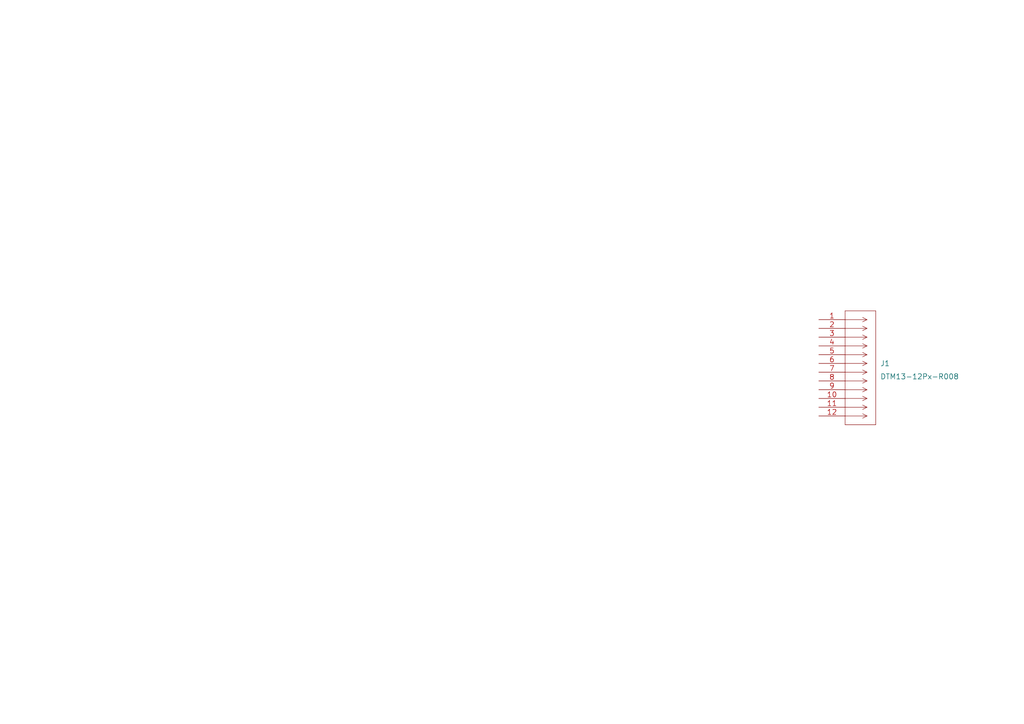
<source format=kicad_sch>
(kicad_sch (version 20211123) (generator eeschema)
  (paper "A4")
  (lib_symbols
    (symbol "dtm-enclosure:DTM13-12Px-R008" (pin_names (offset 0.254) hide)
      (property "Reference" "J" (at 20.32 7.62 0))
      (property "Value" "DTM13-12Px-R008" (at 20.32 5.08 0))
      (symbol "DTM13-12Px-R008_1_1"
        (polyline (pts (xy 7.62 -30.48) (xy 16.51 -30.48)) (stroke (width 0.127)))
        (polyline (pts (xy 7.62 -27.94) (xy 13.97 -27.94)) (stroke (width 0.127)))
        (polyline (pts (xy 7.62 -25.4) (xy 13.97 -25.4)) (stroke (width 0.127)))
        (polyline (pts (xy 7.62 -22.86) (xy 13.97 -22.86)) (stroke (width 0.127)))
        (polyline (pts (xy 7.62 -20.32) (xy 13.97 -20.32)) (stroke (width 0.127)))
        (polyline (pts (xy 7.62 -17.78) (xy 13.97 -17.78)) (stroke (width 0.127)))
        (polyline (pts (xy 7.62 -15.24) (xy 13.97 -15.24)) (stroke (width 0.127)))
        (polyline (pts (xy 7.62 -12.7) (xy 13.97 -12.7)) (stroke (width 0.127)))
        (polyline (pts (xy 7.62 -10.16) (xy 13.97 -10.16)) (stroke (width 0.127)))
        (polyline (pts (xy 7.62 -7.62) (xy 13.97 -7.62)) (stroke (width 0.127)))
        (polyline (pts (xy 7.62 -5.08) (xy 13.97 -5.08)) (stroke (width 0.127)))
        (polyline (pts (xy 7.62 -2.54) (xy 13.97 -2.54)) (stroke (width 0.127)))
        (polyline (pts (xy 7.62 0) (xy 13.97 0)) (stroke (width 0.127)))
        (polyline (pts (xy 7.62 2.54) (xy 7.62 -30.48)) (stroke (width 0.127)))
        (polyline (pts (xy 12.7 -28.575) (xy 13.97 -27.94)) (stroke (width 0.127)))
        (polyline (pts (xy 12.7 -27.305) (xy 13.97 -27.94)) (stroke (width 0.127)))
        (polyline (pts (xy 12.7 -26.035) (xy 13.97 -25.4)) (stroke (width 0.127)))
        (polyline (pts (xy 12.7 -24.765) (xy 13.97 -25.4)) (stroke (width 0.127)))
        (polyline (pts (xy 12.7 -23.495) (xy 13.97 -22.86)) (stroke (width 0.127)))
        (polyline (pts (xy 12.7 -22.225) (xy 13.97 -22.86)) (stroke (width 0.127)))
        (polyline (pts (xy 12.7 -20.955) (xy 13.97 -20.32)) (stroke (width 0.127)))
        (polyline (pts (xy 12.7 -19.685) (xy 13.97 -20.32)) (stroke (width 0.127)))
        (polyline (pts (xy 12.7 -18.415) (xy 13.97 -17.78)) (stroke (width 0.127)))
        (polyline (pts (xy 12.7 -17.145) (xy 13.97 -17.78)) (stroke (width 0.127)))
        (polyline (pts (xy 12.7 -15.875) (xy 13.97 -15.24)) (stroke (width 0.127)))
        (polyline (pts (xy 12.7 -14.605) (xy 13.97 -15.24)) (stroke (width 0.127)))
        (polyline (pts (xy 12.7 -13.335) (xy 13.97 -12.7)) (stroke (width 0.127)))
        (polyline (pts (xy 12.7 -12.065) (xy 13.97 -12.7)) (stroke (width 0.127)))
        (polyline (pts (xy 12.7 -10.795) (xy 13.97 -10.16)) (stroke (width 0.127)))
        (polyline (pts (xy 12.7 -9.525) (xy 13.97 -10.16)) (stroke (width 0.127)))
        (polyline (pts (xy 12.7 -8.255) (xy 13.97 -7.62)) (stroke (width 0.127)))
        (polyline (pts (xy 12.7 -6.985) (xy 13.97 -7.62)) (stroke (width 0.127)))
        (polyline (pts (xy 12.7 -5.715) (xy 13.97 -5.08)) (stroke (width 0.127)))
        (polyline (pts (xy 12.7 -4.445) (xy 13.97 -5.08)) (stroke (width 0.127)))
        (polyline (pts (xy 12.7 -3.175) (xy 13.97 -2.54)) (stroke (width 0.127)))
        (polyline (pts (xy 12.7 -1.905) (xy 13.97 -2.54)) (stroke (width 0.127)))
        (polyline (pts (xy 12.7 -0.635) (xy 13.97 0)) (stroke (width 0.127)))
        (polyline (pts (xy 12.7 0.635) (xy 13.97 0)) (stroke (width 0.127)))
        (polyline (pts (xy 16.51 -30.48) (xy 16.51 2.54)) (stroke (width 0.127)))
        (polyline (pts (xy 16.51 2.54) (xy 7.62 2.54)) (stroke (width 0.127)))
        (pin unspecified line (at 0 0 0) (length 7.62) (name "1") (number "1"))
        (pin unspecified line (at 0 -22.86 0) (length 7.62) (name "10") (number "10"))
        (pin unspecified line (at 0 -25.4 0) (length 7.62) (name "11") (number "11"))
        (pin unspecified line (at 0 -27.94 0) (length 7.62) (name "12") (number "12"))
        (pin unspecified line (at 0 -2.54 0) (length 7.62) (name "2") (number "2"))
        (pin unspecified line (at 0 -5.08 0) (length 7.62) (name "3") (number "3"))
        (pin unspecified line (at 0 -7.62 0) (length 7.62) (name "4") (number "4"))
        (pin unspecified line (at 0 -10.16 0) (length 7.62) (name "5") (number "5"))
        (pin unspecified line (at 0 -12.7 0) (length 7.62) (name "6") (number "6"))
        (pin unspecified line (at 0 -15.24 0) (length 7.62) (name "7") (number "7"))
        (pin unspecified line (at 0 -17.78 0) (length 7.62) (name "8") (number "8"))
        (pin unspecified line (at 0 -20.32 0) (length 7.62) (name "9") (number "9"))
      )
    )
  )
  (symbol (lib_id "dtm-enclosure:DTM13-12Px-R008") (at 237.49 92.71 0) (unit 1)
    (property "Reference" "J1" (at 255.27 105.41 0) (effects (font (size 1.524 1.524)) (justify left)))
    (property "Value" "DTM13-12Px-R008" (at 255.27 109.22 0) (effects (font (size 1.524 1.524)) (justify left)))
    (property "Footprint" "lib_fp:DTM13-12Px-R008" (effects hide))
    (property "Datasheet" "https://www.te.com/commerce/DocumentDelivery/DDEController?Action=showdoc&DocId=Customer+Drawing%7FDTM13-12PX-R008%7FC%7Fpdf%7FEnglish%7FENG_CD_DTM13-12PX-R008_C.pdf" (effects hide))
  )
)
</source>
